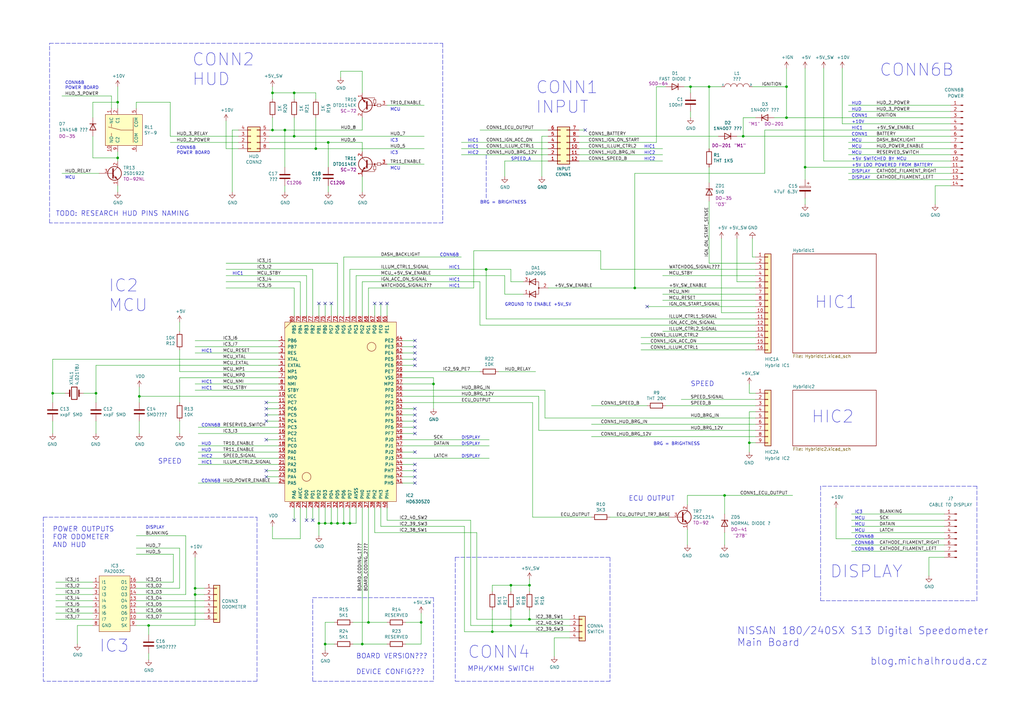
<source format=kicad_sch>
(kicad_sch (version 20250114) (generator "eeschema") (generator_version "9.0")
  (paper "A3")
  (title_block (date "2026-01-31") (rev "REV3"))
  (text "MCU" (at 350.52 213.36 0) (effects (font (size 1.27 1.27)) (justify left bottom)))
  (text "blog.michalhrouda.cz" (at 356.87 273.05 0) (effects (font (size 2.9972 2.9972)) (justify left bottom)))
  (text "HIC1" (at 95.25 113.03 0) (effects (font (size 1.27 1.27)) (justify left bottom)))
  (text "MCU" (at 350.52 215.9 0) (effects (font (size 1.27 1.27)) (justify left bottom)))
  (text "CONN6B" (at 82.55 175.26 0) (effects (font (size 1.27 1.27)) (justify left bottom)))
  (text "IC3" (at 160.02 58.42 0) (effects (font (size 1.27 1.27)) (justify left bottom)))
  (text "HIC1" (at 191.77 58.42 0) (effects (font (size 1.27 1.27)) (justify left bottom)))
  (text "TODO: RESEARCH HUD PINS NAMING" (at 22.86 88.9 0) (effects (font (size 2.0066 2.0066)) (justify left bottom)))
  (text "+10V" (at 349.25 50.8 0) (effects (font (size 1.27 1.27)) (justify left bottom)))
  (text "MCU" (at 349.25 58.42 0) (effects (font (size 1.27 1.27)) (justify left bottom)))
  (text "BRG = BRIGHTNESS" (at 196.85 83.82 0) (effects (font (size 1.27 1.27)) (justify left bottom)))
  (text "HIC1" (at 82.55 190.5 0) (effects (font (size 1.27 1.27)) (justify left bottom)))
  (text "HIC2" (at 264.16 66.04 0) (effects (font (size 1.27 1.27)) (justify left bottom)))
  (text "CONN6B\nPOWER BOARD" (at 26.67 36.83 0) (effects (font (size 1.27 1.27)) (justify left bottom)))
  (text "HIC1" (at 184.15 115.57 0) (effects (font (size 1.27 1.27)) (justify left bottom)))
  (text "HUD" (at 82.55 182.88 0) (effects (font (size 1.27 1.27)) (justify left bottom)))
  (text "HIC1" (at 82.55 144.78 0) (effects (font (size 1.27 1.27)) (justify left bottom)))
  (text "HIC1" (at 349.25 53.34 0) (effects (font (size 1.27 1.27)) (justify left bottom)))
  (text "BOARD VERSION???\n\nDEVICE CONFIG???" (at 146.05 276.86 0) (effects (font (size 2.0066 2.0066)) (justify left bottom)))
  (text "MCU" (at 350.52 218.44 0) (effects (font (size 1.27 1.27)) (justify left bottom)))
  (text "IC3" (at 40.64 267.97 0) (effects (font (size 5.0038 5.0038)) (justify left bottom)))
  (text "DISPLAY" (at 340.36 237.49 0) (effects (font (size 5.0038 5.0038)) (justify left bottom)))
  (text "DISPLAY" (at 59.69 217.17 0) (effects (font (size 1.27 1.27)) (justify left bottom)))
  (text "MCU" (at 349.25 60.96 0) (effects (font (size 1.27 1.27)) (justify left bottom)))
  (text "CONN6B" (at 350.52 226.06 0) (effects (font (size 1.27 1.27)) (justify left bottom)))
  (text "CONN6B" (at 350.52 223.52 0) (effects (font (size 1.27 1.27)) (justify left bottom)))
  (text "HIC2" (at 82.55 187.96 0) (effects (font (size 1.27 1.27)) (justify left bottom)))
  (text "HIC1" (at 191.77 60.96 0) (effects (font (size 1.27 1.27)) (justify left bottom)))
  (text "HIC1" (at 82.55 157.48 0) (effects (font (size 1.27 1.27)) (justify left bottom)))
  (text "ECU OUTPUT" (at 257.81 205.74 0) (effects (font (size 2.0066 2.0066)) (justify left bottom)))
  (text "+5V SWITCHED BY MCU" (at 349.25 66.04 0) (effects (font (size 1.27 1.27)) (justify left bottom)))
  (text "IC3" (at 160.02 63.5 0) (effects (font (size 1.27 1.27)) (justify left bottom)))
  (text "BRG = BRIGHTNESS" (at 267.97 182.88 0) (effects (font (size 1.27 1.27)) (justify left bottom)))
  (text "CONN6B\nPOWER BOARD" (at 72.39 63.5 0) (effects (font (size 1.27 1.27)) (justify left bottom)))
  (text "DISPLAY" (at 189.23 182.88 0) (effects (font (size 1.27 1.27)) (justify left bottom)))
  (text "SPEED" (at 64.77 190.5 0) (effects (font (size 2.0066 2.0066)) (justify left bottom)))
  (text "HUD" (at 349.25 45.72 0) (effects (font (size 1.27 1.27)) (justify left bottom)))
  (text "MCU" (at 349.25 63.5 0) (effects (font (size 1.27 1.27)) (justify left bottom)))
  (text "MPH/KMH SWITCH" (at 191.77 275.59 0) (effects (font (size 2.0066 2.0066)) (justify left bottom)))
  (text "NISSAN 180/240SX S13 Digital Speedometer\nMain Board" (at 302.26 265.43 0) (effects (font (size 2.9972 2.9972)) (justify left bottom)))
  (text "HIC2" (at 264.16 63.5 0) (effects (font (size 1.27 1.27)) (justify left bottom)))
  (text "HIC1" (at 184.15 110.49 0) (effects (font (size 1.27 1.27)) (justify left bottom)))
  (text "MCU" (at 160.02 45.72 0) (effects (font (size 1.27 1.27)) (justify left bottom)))
  (text "CONN4" (at 191.77 270.51 0) (effects (font (size 5.0038 5.0038)) (justify left bottom)))
  (text "SPEED_A" (at 209.55 66.04 0) (effects (font (size 1.27 1.27)) (justify left bottom)))
  (text "DISPLAY" (at 349.25 71.12 0) (effects (font (size 1.27 1.27)) (justify left bottom)))
  (text "HUD" (at 82.55 185.42 0) (effects (font (size 1.27 1.27)) (justify left bottom)))
  (text "HIC2" (at 332.74 173.99 0) (effects (font (size 5.0038 5.0038)) (justify left bottom)))
  (text "CONN1" (at 349.25 48.26 0) (effects (font (size 1.27 1.27)) (justify left bottom)))
  (text "HIC1" (at 184.15 118.11 0) (effects (font (size 1.27 1.27)) (justify left bottom)))
  (text "CONN6B" (at 180.34 105.41 0) (effects (font (size 1.27 1.27)) (justify left bottom)))
  (text "DISPLAY" (at 189.23 180.34 0) (effects (font (size 1.27 1.27)) (justify left bottom)))
  (text "MCU" (at 26.67 73.66 0) (effects (font (size 1.27 1.27)) (justify left bottom)))
  (text "CONN6B" (at 350.52 220.98 0) (effects (font (size 1.27 1.27)) (justify left bottom)))
  (text "CONN6B" (at 82.55 198.12 0) (effects (font (size 1.27 1.27)) (justify left bottom)))
  (text "CONN2\nHUD" (at 78.74 35.56 0) (effects (font (size 5.0038 5.0038)) (justify left bottom)))
  (text "DISPLAY" (at 189.23 187.96 0) (effects (font (size 1.27 1.27)) (justify left bottom)))
  (text "DISPLAY" (at 349.25 73.66 0) (effects (font (size 1.27 1.27)) (justify left bottom)))
  (text "CONN1" (at 349.25 55.88 0) (effects (font (size 1.27 1.27)) (justify left bottom)))
  (text "CONN1\nINPUT" (at 219.71 46.99 0) (effects (font (size 5.0038 5.0038)) (justify left bottom)))
  (text "+5V LDO POWERED FROM BATTERY" (at 349.25 68.58 0) (effects (font (size 1.27 1.27)) (justify left bottom)))
  (text "HIC2" (at 191.77 63.5 0) (effects (font (size 1.27 1.27)) (justify left bottom)))
  (text "MCU" (at 160.02 69.85 0) (effects (font (size 1.27 1.27)) (justify left bottom)))
  (text "POWER OUTPUTS\nFOR ODOMETER\nAND HUD" (at 21.59 224.79 0) (effects (font (size 2.0066 2.0066)) (justify left bottom)))
  (text "HUD" (at 349.25 43.18 0) (effects (font (size 1.27 1.27)) (justify left bottom)))
  (text "IC3" (at 350.52 210.82 0) (effects (font (size 1.27 1.27)) (justify left bottom)))
  (text "CONN6B" (at 360.68 31.75 0) (effects (font (size 5.0038 5.0038)) (justify left bottom)))
  (text "HIC1" (at 264.16 60.96 0) (effects (font (size 1.27 1.27)) (justify left bottom)))
  (text "SPEED" (at 283.21 158.75 0) (effects (font (size 2.0066 2.0066)) (justify left bottom)))
  (text "IC2\nMCU" (at 44.45 128.27 0) (effects (font (size 5.0038 5.0038)) (justify left bottom)))
  (text "HIC1" (at 334.01 127 0) (effects (font (size 5.0038 5.0038)) (justify left bottom)))
  (text "HIC1" (at 82.55 160.02 0) (effects (font (size 1.27 1.27)) (justify left bottom)))
  (text "GROUND TO ENABLE +5V_SV" (at 207.01 125.73 0) (effects (font (size 1.27 1.27)) (justify left bottom)))
  (junction (at 134.62 58.42))
  (junction (at 322.58 48.26))
  (junction (at 283.21 35.56))
  (junction (at 297.18 203.2))
  (junction (at 111.76 38.1))
  (junction (at 80.01 241.3))
  (junction (at 39.37 161.29))
  (junction (at 129.54 60.96))
  (junction (at 260.35 118.11))
  (junction (at 21.59 161.29))
  (junction (at 130.81 214.63))
  (junction (at 111.76 53.34))
  (junction (at 330.2 68.58))
  (junction (at 290.83 35.56))
  (junction (at 177.8 157.48))
  (junction (at 120.65 38.1))
  (junction (at 217.17 254))
  (junction (at 138.43 214.63))
  (junction (at 143.51 214.63))
  (junction (at 57.15 162.56))
  (junction (at 60.96 256.54))
  (junction (at 209.55 256.54))
  (junction (at 116.84 53.34))
  (junction (at 133.35 264.16))
  (junction (at 80.01 243.84))
  (junction (at 133.35 214.63))
  (junction (at 304.8 55.88))
  (junction (at 148.59 264.16))
  (junction (at 48.26 41.91))
  (junction (at 151.13 255.27))
  (junction (at 209.55 240.03))
  (junction (at 48.26 64.77))
  (junction (at 322.58 35.56))
  (junction (at 120.65 55.88))
  (junction (at 199.39 110.49))
  (junction (at 140.97 214.63))
  (junction (at 135.89 214.63))
  (junction (at 217.17 240.03))
  (junction (at 201.93 259.08))
  (junction (at 307.34 181.61))
  (junction (at 172.72 255.27))
  (no_connect (at 170.18 149.86))
  (no_connect (at 170.18 172.72))
  (no_connect (at 135.89 124.46))
  (no_connect (at 170.18 175.26))
  (no_connect (at 109.22 195.58))
  (no_connect (at 170.18 190.5))
  (no_connect (at 170.18 195.58))
  (no_connect (at 170.18 177.8))
  (no_connect (at 170.18 167.64))
  (no_connect (at 170.18 198.12))
  (no_connect (at 170.18 147.32))
  (no_connect (at 156.21 124.46))
  (no_connect (at 170.18 139.7))
  (no_connect (at 153.67 124.46))
  (no_connect (at 109.22 170.18))
  (no_connect (at 170.18 142.24))
  (no_connect (at 240.03 53.34))
  (no_connect (at 109.22 172.72))
  (no_connect (at 158.75 124.46))
  (no_connect (at 120.65 213.36))
  (no_connect (at 133.35 124.46))
  (no_connect (at 170.18 170.18))
  (no_connect (at 130.81 124.46))
  (no_connect (at 109.22 167.64))
  (no_connect (at 109.22 180.34))
  (no_connect (at 265.43 125.73))
  (no_connect (at 109.22 193.04))
  (no_connect (at 170.18 185.42))
  (no_connect (at 128.27 213.36))
  (no_connect (at 170.18 193.04))
  (no_connect (at 109.22 165.1))
  (no_connect (at 170.18 144.78))
  (no_connect (at 125.73 213.36))
  (wire (pts (xy 196.85 53.34) (xy 224.79 53.34)))
  (wire (pts (xy 69.85 41.91) (xy 69.85 55.88)))
  (wire (pts (xy 114.3 167.64) (xy 109.22 167.64)))
  (wire (pts (xy 337.82 27.94) (xy 337.82 66.04)))
  (wire (pts (xy 347.98 58.42) (xy 389.89 58.42)))
  (wire (pts (xy 120.65 208.28) (xy 120.65 213.36)))
  (wire (pts (xy 48.26 64.77) (xy 48.26 66.04)))
  (wire (pts (xy 151.13 208.28) (xy 151.13 255.27)))
  (wire (pts (xy 165.1 154.94) (xy 177.8 154.94)))
  (wire (pts (xy 156.21 215.9) (xy 190.5 215.9)))
  (wire (pts (xy 223.52 171.45) (xy 309.88 171.45)))
  (wire (pts (xy 156.21 129.54) (xy 156.21 124.46)))
  (wire (pts (xy 347.98 73.66) (xy 389.89 73.66)))
  (wire (pts (xy 129.54 48.26) (xy 129.54 60.96)))
  (wire (pts (xy 304.8 48.26) (xy 309.88 48.26)))
  (wire (pts (xy 271.78 135.89) (xy 309.88 135.89)))
  (wire (pts (xy 55.88 241.3) (xy 73.66 241.3)))
  (wire (pts (xy 110.49 58.42) (xy 134.62 58.42)))
  (wire (pts (xy 55.88 254) (xy 83.82 254)))
  (wire (pts (xy 39.37 177.8) (xy 39.37 172.72)))
  (wire (pts (xy 217.17 254) (xy 233.68 254)))
  (wire (pts (xy 349.25 223.52) (xy 387.35 223.52)))
  (wire (pts (xy 165.1 139.7) (xy 170.18 139.7)))
  (wire (pts (xy 283.21 48.26) (xy 283.21 45.72)))
  (wire (pts (xy 313.69 71.12) (xy 260.35 71.12)))
  (wire (pts (xy 45.72 44.45) (xy 45.72 39.37)))
  (polyline (pts (xy 181.61 17.78) (xy 181.61 91.44)) (stroke (width 0) (type dash)))
  (wire (pts (xy 21.59 147.32) (xy 114.3 147.32)))
  (wire (pts (xy 143.51 110.49) (xy 199.39 110.49)))
  (wire (pts (xy 165.1 160.02) (xy 223.52 160.02)))
  (polyline (pts (xy 400.685 199.39) (xy 336.55 199.39)) (stroke (width 0) (type dash)))
  (wire (pts (xy 130.81 208.28) (xy 130.81 214.63)))
  (wire (pts (xy 81.28 177.8) (xy 114.3 177.8)))
  (wire (pts (xy 262.89 140.97) (xy 309.88 140.97)))
  (wire (pts (xy 110.49 60.96) (xy 129.54 60.96)))
  (wire (pts (xy 297.18 203.2) (xy 325.12 203.2)))
  (wire (pts (xy 194.31 102.87) (xy 246.38 102.87)))
  (wire (pts (xy 196.85 133.35) (xy 196.85 115.57)))
  (wire (pts (xy 148.59 29.21) (xy 148.59 38.1)))
  (wire (pts (xy 133.35 255.27) (xy 133.35 264.16)))
  (polyline (pts (xy 181.61 91.44) (xy 20.32 91.44)) (stroke (width 0) (type dash)))
  (wire (pts (xy 201.93 250.19) (xy 201.93 259.08)))
  (polyline (pts (xy 20.32 17.78) (xy 181.61 17.78)) (stroke (width 0) (type dash)))
  (wire (pts (xy 111.76 220.98) (xy 111.76 215.9)))
  (polyline (pts (xy 186.69 228.6) (xy 250.19 228.6)) (stroke (width 0) (type dash)))
  (wire (pts (xy 38.1 238.76) (xy 22.86 238.76)))
  (wire (pts (xy 25.4 71.12) (xy 40.64 71.12)))
  (wire (pts (xy 73.66 152.4) (xy 73.66 143.51)))
  (wire (pts (xy 209.55 256.54) (xy 233.68 256.54)))
  (wire (pts (xy 97.79 60.96) (xy 92.71 60.96)))
  (wire (pts (xy 330.2 83.82) (xy 330.2 81.28)))
  (wire (pts (xy 80.01 139.7) (xy 114.3 139.7)))
  (wire (pts (xy 220.98 176.53) (xy 309.88 176.53)))
  (wire (pts (xy 283.21 35.56) (xy 280.67 35.56)))
  (wire (pts (xy 209.55 242.57) (xy 209.55 240.03)))
  (wire (pts (xy 110.49 55.88) (xy 120.65 55.88)))
  (wire (pts (xy 347.98 71.12) (xy 389.89 71.12)))
  (wire (pts (xy 139.7 29.21) (xy 148.59 29.21)))
  (wire (pts (xy 309.88 161.29) (xy 307.34 161.29)))
  (wire (pts (xy 143.51 129.54) (xy 143.51 110.49)))
  (wire (pts (xy 60.96 256.54) (xy 80.01 256.54)))
  (wire (pts (xy 148.59 264.16) (xy 158.75 264.16)))
  (wire (pts (xy 38.1 41.91) (xy 48.26 41.91)))
  (wire (pts (xy 204.47 152.4) (xy 219.71 152.4)))
  (wire (pts (xy 140.97 105.41) (xy 189.23 105.41)))
  (wire (pts (xy 349.25 226.06) (xy 387.35 226.06)))
  (wire (pts (xy 92.71 60.96) (xy 92.71 49.53)))
  (wire (pts (xy 165.1 182.88) (xy 200.66 182.88)))
  (wire (pts (xy 290.83 82.55) (xy 290.83 107.95)))
  (wire (pts (xy 80.01 157.48) (xy 114.3 157.48)))
  (wire (pts (xy 130.81 214.63) (xy 133.35 214.63)))
  (wire (pts (xy 71.12 227.33) (xy 55.88 227.33)))
  (polyline (pts (xy 20.32 91.44) (xy 20.32 17.78)) (stroke (width 0) (type dash)))
  (wire (pts (xy 177.8 157.48) (xy 177.8 154.94)))
  (wire (pts (xy 48.26 41.91) (xy 48.26 44.45)))
  (polyline (pts (xy 186.69 228.6) (xy 186.69 279.4)) (stroke (width 0) (type dash)))
  (wire (pts (xy 262.89 138.43) (xy 309.88 138.43)))
  (wire (pts (xy 97.79 53.34) (xy 95.25 53.34)))
  (wire (pts (xy 214.63 115.57) (xy 209.55 115.57)))
  (wire (pts (xy 218.44 212.09) (xy 242.57 212.09)))
  (wire (pts (xy 345.44 27.94) (xy 345.44 50.8)))
  (wire (pts (xy 237.49 60.96) (xy 271.78 60.96)))
  (wire (pts (xy 342.9 220.98) (xy 387.35 220.98)))
  (wire (pts (xy 207.01 66.04) (xy 207.01 72.39)))
  (wire (pts (xy 148.59 72.39) (xy 148.59 78.74)))
  (wire (pts (xy 349.25 215.9) (xy 387.35 215.9)))
  (wire (pts (xy 146.05 113.03) (xy 207.01 113.03)))
  (wire (pts (xy 153.67 218.44) (xy 153.67 208.28)))
  (wire (pts (xy 92.71 107.95) (xy 138.43 107.95)))
  (wire (pts (xy 189.23 60.96) (xy 224.79 60.96)))
  (wire (pts (xy 193.04 256.54) (xy 209.55 256.54)))
  (wire (pts (xy 269.24 58.42) (xy 269.24 35.56)))
  (wire (pts (xy 55.88 256.54) (xy 60.96 256.54)))
  (wire (pts (xy 83.82 241.3) (xy 80.01 241.3)))
  (wire (pts (xy 165.1 190.5) (xy 170.18 190.5)))
  (wire (pts (xy 92.71 113.03) (xy 125.73 113.03)))
  (wire (pts (xy 116.84 53.34) (xy 116.84 68.58)))
  (wire (pts (xy 233.68 261.62) (xy 227.33 261.62)))
  (wire (pts (xy 114.3 172.72) (xy 109.22 172.72)))
  (wire (pts (xy 165.1 142.24) (xy 170.18 142.24)))
  (wire (pts (xy 133.35 129.54) (xy 133.35 124.46)))
  (wire (pts (xy 123.19 220.98) (xy 123.19 208.28)))
  (wire (pts (xy 129.54 60.96) (xy 173.99 60.96)))
  (wire (pts (xy 172.72 255.27) (xy 172.72 264.16)))
  (wire (pts (xy 148.59 48.26) (xy 148.59 53.34)))
  (wire (pts (xy 111.76 220.98) (xy 123.19 220.98)))
  (polyline (pts (xy 336.55 246.38) (xy 400.685 246.38)) (stroke (width 0) (type dash)))
  (wire (pts (xy 322.58 48.26) (xy 317.5 48.26)))
  (wire (pts (xy 237.49 66.04) (xy 271.78 66.04)))
  (wire (pts (xy 76.2 243.84) (xy 76.2 219.71)))
  (wire (pts (xy 242.57 166.37) (xy 265.43 166.37)))
  (polyline (pts (xy 17.78 212.09) (xy 105.41 212.09)) (stroke (width 0) (type dash)))
  (wire (pts (xy 165.1 177.8) (xy 170.18 177.8)))
  (wire (pts (xy 130.81 214.63) (xy 130.81 219.71)))
  (wire (pts (xy 83.82 251.46) (xy 55.88 251.46)))
  (wire (pts (xy 165.1 170.18) (xy 170.18 170.18)))
  (wire (pts (xy 45.72 39.37) (xy 25.4 39.37)))
  (wire (pts (xy 111.76 38.1) (xy 111.76 40.64)))
  (wire (pts (xy 71.12 227.33) (xy 71.12 238.76)))
  (wire (pts (xy 196.85 133.35) (xy 309.88 133.35)))
  (wire (pts (xy 143.51 214.63) (xy 143.51 208.28)))
  (wire (pts (xy 38.1 243.84) (xy 22.86 243.84)))
  (wire (pts (xy 73.66 224.79) (xy 55.88 224.79)))
  (wire (pts (xy 302.26 55.88) (xy 304.8 55.88)))
  (wire (pts (xy 39.37 161.29) (xy 39.37 149.86)))
  (wire (pts (xy 307.34 161.29) (xy 307.34 157.48)))
  (wire (pts (xy 148.59 62.23) (xy 148.59 58.42)))
  (polyline (pts (xy 128.27 279.4) (xy 128.27 245.11)) (stroke (width 0) (type dash)))
  (wire (pts (xy 279.4 163.83) (xy 309.88 163.83)))
  (wire (pts (xy 111.76 53.34) (xy 111.76 48.26)))
  (wire (pts (xy 135.89 214.63) (xy 135.89 208.28)))
  (wire (pts (xy 224.79 66.04) (xy 207.01 66.04)))
  (wire (pts (xy 114.3 170.18) (xy 109.22 170.18)))
  (wire (pts (xy 189.23 58.42) (xy 224.79 58.42)))
  (wire (pts (xy 146.05 214.63) (xy 146.05 208.28)))
  (wire (pts (xy 148.59 129.54) (xy 148.59 115.57)))
  (wire (pts (xy 95.25 53.34) (xy 95.25 78.74)))
  (wire (pts (xy 158.75 208.28) (xy 158.75 213.36)))
  (wire (pts (xy 60.96 270.51) (xy 60.96 267.97)))
  (wire (pts (xy 110.49 53.34) (xy 111.76 53.34)))
  (wire (pts (xy 271.78 120.65) (xy 309.88 120.65)))
  (wire (pts (xy 138.43 214.63) (xy 138.43 208.28)))
  (wire (pts (xy 283.21 35.56) (xy 290.83 35.56)))
  (wire (pts (xy 201.93 242.57) (xy 201.93 240.03)))
  (wire (pts (xy 322.58 35.56) (xy 322.58 48.26)))
  (wire (pts (xy 337.82 66.04) (xy 389.89 66.04)))
  (wire (pts (xy 177.8 157.48) (xy 177.8 167.64)))
  (wire (pts (xy 304.8 55.88) (xy 304.8 48.26)))
  (wire (pts (xy 39.37 161.29) (xy 39.37 165.1)))
  (wire (pts (xy 347.98 63.5) (xy 389.89 63.5)))
  (wire (pts (xy 83.82 246.38) (xy 55.88 246.38)))
  (wire (pts (xy 172.72 255.27) (xy 172.72 251.46)))
  (wire (pts (xy 153.67 218.44) (xy 195.58 218.44)))
  (wire (pts (xy 165.1 193.04) (xy 170.18 193.04)))
  (wire (pts (xy 73.66 132.08) (xy 73.66 135.89)))
  (wire (pts (xy 140.97 105.41) (xy 140.97 129.54)))
  (wire (pts (xy 73.66 152.4) (xy 114.3 152.4)))
  (wire (pts (xy 134.62 58.42) (xy 148.59 58.42)))
  (wire (pts (xy 148.59 115.57) (xy 196.85 115.57)))
  (wire (pts (xy 201.93 240.03) (xy 209.55 240.03)))
  (wire (pts (xy 81.28 187.96) (xy 114.3 187.96)))
  (wire (pts (xy 137.16 264.16) (xy 133.35 264.16)))
  (wire (pts (xy 111.76 38.1) (xy 120.65 38.1)))
  (polyline (pts (xy 128.27 245.11) (xy 177.8 245.11)) (stroke (width 0) (type dash)))
  (wire (pts (xy 80.01 243.84) (xy 80.01 256.54)))
  (wire (pts (xy 281.94 207.01) (xy 281.94 203.2)))
  (wire (pts (xy 135.89 214.63) (xy 138.43 214.63)))
  (wire (pts (xy 165.1 162.56) (xy 220.98 162.56)))
  (wire (pts (xy 129.54 38.1) (xy 120.65 38.1)))
  (wire (pts (xy 165.1 180.34) (xy 200.66 180.34)))
  (wire (pts (xy 242.57 179.07) (xy 309.88 179.07)))
  (wire (pts (xy 114.3 195.58) (xy 109.22 195.58)))
  (wire (pts (xy 250.19 212.09) (xy 274.32 212.09)))
  (wire (pts (xy 283.21 35.56) (xy 283.21 38.1)))
  (wire (pts (xy 165.1 152.4) (xy 196.85 152.4)))
  (wire (pts (xy 308.61 35.56) (xy 322.58 35.56)))
  (wire (pts (xy 209.55 115.57) (xy 209.55 110.49)))
  (wire (pts (xy 31.75 256.54) (xy 31.75 264.16)))
  (wire (pts (xy 120.65 55.88) (xy 173.99 55.88)))
  (wire (pts (xy 297.18 223.52) (xy 297.18 218.44)))
  (wire (pts (xy 281.94 203.2) (xy 297.18 203.2)))
  (wire (pts (xy 217.17 237.49) (xy 217.17 240.03)))
  (wire (pts (xy 195.58 218.44) (xy 195.58 254)))
  (wire (pts (xy 158.75 129.54) (xy 158.75 124.46)))
  (wire (pts (xy 302.26 115.57) (xy 302.26 97.79)))
  (wire (pts (xy 172.72 264.16) (xy 166.37 264.16)))
  (wire (pts (xy 165.1 147.32) (xy 170.18 147.32)))
  (wire (pts (xy 55.88 41.91) (xy 69.85 41.91)))
  (wire (pts (xy 307.34 185.42) (xy 307.34 181.61)))
  (wire (pts (xy 92.71 115.57) (xy 123.19 115.57)))
  (wire (pts (xy 38.1 251.46) (xy 22.86 251.46)))
  (wire (pts (xy 347.98 43.18) (xy 389.89 43.18)))
  (wire (pts (xy 309.88 166.37) (xy 273.05 166.37)))
  (wire (pts (xy 92.71 118.11) (xy 120.65 118.11)))
  (wire (pts (xy 347.98 60.96) (xy 389.89 60.96)))
  (wire (pts (xy 57.15 177.8) (xy 57.15 172.72)))
  (wire (pts (xy 246.38 110.49) (xy 309.88 110.49)))
  (wire (pts (xy 111.76 53.34) (xy 116.84 53.34)))
  (wire (pts (xy 330.2 68.58) (xy 389.89 68.58)))
  (wire (pts (xy 222.25 72.39) (xy 222.25 55.88)))
  (wire (pts (xy 83.82 243.84) (xy 80.01 243.84)))
  (wire (pts (xy 194.31 118.11) (xy 194.31 102.87)))
  (wire (pts (xy 217.17 254) (xy 217.17 250.19)))
  (wire (pts (xy 129.54 40.64) (xy 129.54 38.1)))
  (wire (pts (xy 48.26 62.23) (xy 48.26 64.77)))
  (wire (pts (xy 281.94 223.52) (xy 281.94 217.17)))
  (wire (pts (xy 302.26 115.57) (xy 309.88 115.57)))
  (wire (pts (xy 134.62 58.42) (xy 134.62 68.58)))
  (wire (pts (xy 92.71 110.49) (xy 128.27 110.49)))
  (wire (pts (xy 120.65 118.11) (xy 120.65 129.54)))
  (wire (pts (xy 308.61 105.41) (xy 308.61 97.79)))
  (wire (pts (xy 120.65 48.26) (xy 120.65 55.88)))
  (wire (pts (xy 349.25 210.82) (xy 387.35 210.82)))
  (wire (pts (xy 158.75 43.18) (xy 173.99 43.18)))
  (wire (pts (xy 190.5 259.08) (xy 201.93 259.08)))
  (wire (pts (xy 138.43 107.95) (xy 138.43 129.54)))
  (wire (pts (xy 80.01 241.3) (xy 80.01 228.6)))
  (wire (pts (xy 165.1 175.26) (xy 170.18 175.26)))
  (wire (pts (xy 309.88 113.03) (xy 271.78 113.03)))
  (wire (pts (xy 21.59 165.1) (xy 21.59 161.29)))
  (wire (pts (xy 307.34 181.61) (xy 307.34 168.91)))
  (wire (pts (xy 207.01 120.65) (xy 214.63 120.65)))
  (wire (pts (xy 242.57 173.99) (xy 309.88 173.99)))
  (wire (pts (xy 189.23 63.5) (xy 224.79 63.5)))
  (wire (pts (xy 330.2 27.94) (xy 330.2 68.58)))
  (wire (pts (xy 190.5 215.9) (xy 190.5 259.08)))
  (wire (pts (xy 146.05 129.54) (xy 146.05 113.03)))
  (wire (pts (xy 218.44 165.1) (xy 218.44 212.09)))
  (wire (pts (xy 290.83 74.93) (xy 290.83 68.58)))
  (wire (pts (xy 294.64 55.88) (xy 237.49 55.88)))
  (wire (pts (xy 246.38 102.87) (xy 246.38 110.49)))
  (wire (pts (xy 133.35 214.63) (xy 135.89 214.63)))
  (wire (pts (xy 165.1 149.86) (xy 170.18 149.86)))
  (wire (pts (xy 222.25 55.88) (xy 224.79 55.88)))
  (wire (pts (xy 139.7 31.75) (xy 139.7 29.21)))
  (wire (pts (xy 387.35 228.6) (xy 381 228.6)))
  (wire (pts (xy 128.27 110.49) (xy 128.27 129.54)))
  (wire (pts (xy 114.3 180.34) (xy 109.22 180.34)))
  (wire (pts (xy 97.79 58.42) (xy 69.85 58.42)))
  (wire (pts (xy 48.26 64.77) (xy 38.1 64.77)))
  (wire (pts (xy 209.55 256.54) (xy 209.55 250.19)))
  (wire (pts (xy 295.91 97.79) (xy 295.91 128.27)))
  (wire (pts (xy 173.99 67.31) (xy 158.75 67.31)))
  (wire (pts (xy 138.43 214.63) (xy 140.97 214.63)))
  (wire (pts (xy 290.83 107.95) (xy 309.88 107.95)))
  (wire (pts (xy 347.98 45.72) (xy 389.89 45.72)))
  (wire (pts (xy 273.05 35.56) (xy 269.24 35.56)))
  (wire (pts (xy 80.01 243.84) (xy 80.01 241.3)))
  (wire (pts (xy 48.26 35.56) (xy 48.26 41.91)))
  (wire (pts (xy 165.1 165.1) (xy 218.44 165.1)))
  (wire (pts (xy 123.19 115.57) (xy 123.19 129.54)))
  (wire (pts (xy 313.69 53.34) (xy 313.69 71.12)))
  (wire (pts (xy 199.39 130.81) (xy 199.39 110.49)))
  (wire (pts (xy 207.01 113.03) (xy 207.01 120.65)))
  (wire (pts (xy 128.27 208.28) (xy 128.27 213.36)))
  (wire (pts (xy 80.01 142.24) (xy 114.3 142.24)))
  (wire (pts (xy 165.1 172.72) (xy 170.18 172.72)))
  (wire (pts (xy 111.76 35.56) (xy 111.76 38.1)))
  (wire (pts (xy 290.83 35.56) (xy 295.91 35.56)))
  (wire (pts (xy 135.89 129.54) (xy 135.89 124.46)))
  (wire (pts (xy 57.15 165.1) (xy 57.15 162.56)))
  (wire (pts (xy 144.78 255.27) (xy 151.13 255.27)))
  (wire (pts (xy 21.59 147.32) (xy 21.59 161.29)))
  (wire (pts (xy 116.84 53.34) (xy 148.59 53.34)))
  (wire (pts (xy 201.93 259.08) (xy 233.68 259.08)))
  (wire (pts (xy 237.49 63.5) (xy 271.78 63.5)))
  (wire (pts (xy 309.88 181.61) (xy 307.34 181.61)))
  (wire (pts (xy 80.01 144.78) (xy 114.3 144.78)))
  (wire (pts (xy 199.39 130.81) (xy 309.88 130.81)))
  (polyline (pts (xy 250.19 279.4) (xy 186.69 279.4)) (stroke (width 0) (type dash)))
  (wire (pts (xy 330.2 68.58) (xy 330.2 73.66)))
  (wire (pts (xy 349.25 218.44) (xy 387.35 218.44)))
  (wire (pts (xy 265.43 125.73) (xy 309.88 125.73)))
  (wire (pts (xy 114.3 165.1) (xy 109.22 165.1)))
  (wire (pts (xy 307.34 168.91) (xy 309.88 168.91)))
  (wire (pts (xy 223.52 171.45) (xy 223.52 160.02)))
  (wire (pts (xy 114.3 198.12) (xy 81.28 198.12)))
  (wire (pts (xy 217.17 242.57) (xy 217.17 240.03)))
  (wire (pts (xy 130.81 129.54) (xy 130.81 124.46)))
  (wire (pts (xy 156.21 215.9) (xy 156.21 208.28)))
  (wire (pts (xy 193.04 256.54) (xy 193.04 213.36)))
  (polyline (pts (xy 17.78 212.09) (xy 17.78 279.4)) (stroke (width 0) (type dash)))
  (wire (pts (xy 166.37 255.27) (xy 172.72 255.27)))
  (wire (pts (xy 153.67 129.54) (xy 153.67 124.46)))
  (polyline (pts (xy 105.41 212.09) (xy 105.41 279.4)) (stroke (width 0) (type dash)))
  (wire (pts (xy 71.12 238.76) (xy 55.88 238.76)))
  (wire (pts (xy 80.01 160.02) (xy 114.3 160.02)))
  (wire (pts (xy 125.73 208.28) (xy 125.73 213.36)))
  (wire (pts (xy 57.15 162.56) (xy 57.15 158.75)))
  (wire (pts (xy 81.28 185.42) (xy 114.3 185.42)))
  (wire (pts (xy 39.37 149.86) (xy 114.3 149.86)))
  (wire (pts (xy 297.18 210.82) (xy 297.18 203.2)))
  (wire (pts (xy 227.33 261.62) (xy 227.33 269.24)))
  (wire (pts (xy 116.84 78.74) (xy 116.84 76.2)))
  (wire (pts (xy 290.83 60.96) (xy 290.83 35.56)))
  (wire (pts (xy 349.25 213.36) (xy 387.35 213.36)))
  (wire (pts (xy 148.59 208.28) (xy 148.59 264.16)))
  (wire (pts (xy 260.35 71.12) (xy 260.35 118.11)))
  (wire (pts (xy 38.1 55.88) (xy 38.1 64.77)))
  (wire (pts (xy 133.35 214.63) (xy 133.35 208.28)))
  (wire (pts (xy 69.85 55.88) (xy 97.79 55.88)))
  (wire (pts (xy 125.73 113.03) (xy 125.73 129.54)))
  (wire (pts (xy 165.1 185.42) (xy 170.18 185.42)))
  (wire (pts (xy 209.55 110.49) (xy 199.39 110.49)))
  (wire (pts (xy 165.1 198.12) (xy 170.18 198.12)))
  (wire (pts (xy 140.97 214.63) (xy 143.51 214.63)))
  (wire (pts (xy 193.04 213.36) (xy 158.75 213.36)))
  (wire (pts (xy 57.15 162.56) (xy 114.3 162.56)))
  (wire (pts (xy 240.03 53.34) (xy 237.49 53.34)))
  (wire (pts (xy 165.1 195.58) (xy 170.18 195.58)))
  (wire (pts (xy 237.49 58.42) (xy 269.24 58.42)))
  (wire (pts (xy 322.58 48.26) (xy 389.89 48.26)))
  (polyline (pts (xy 177.8 279.4) (xy 128.27 279.4)) (stroke (width 0) (type dash)))
  (wire (pts (xy 76.2 219.71) (xy 55.88 219.71)))
  (polyline (pts (xy 336.55 199.39) (xy 336.55 246.38)) (stroke (width 0) (type dash)))
  (wire (pts (xy 73.66 177.8) (xy 73.66 172.72)))
  (wire (pts (xy 38.1 241.3) (xy 22.86 241.3)))
  (wire (pts (xy 345.44 50.8) (xy 389.89 50.8)))
  (wire (pts (xy 55.88 44.45) (xy 55.88 41.91)))
  (wire (pts (xy 81.28 182.88) (xy 114.3 182.88)))
  (wire (pts (xy 55.88 243.84) (xy 76.2 243.84)))
  (wire (pts (xy 38.1 248.92) (xy 22.86 248.92)))
  (wire (pts (xy 151.13 129.54) (xy 151.13 118.11)))
  (wire (pts (xy 140.97 214.63) (xy 140.97 208.28)))
  (wire (pts (xy 165.1 167.64) (xy 170.18 167.64)))
  (wire (pts (xy 60.96 260.35) (xy 60.96 256.54)))
  (wire (pts (xy 381 228.6) (xy 381 236.22)))
  (wire (pts (xy 48.26 78.74) (xy 48.26 76.2)))
  (wire (pts (xy 165.1 157.48) (xy 177.8 157.48)))
  (polyline (pts (xy 177.8 245.11) (xy 177.8 279.4)) (stroke (width 0) (type dash)))
  (polyline (pts (xy 400.685 246.38) (xy 400.685 199.39)) (stroke (width 0) (type dash)))
  (wire (pts (xy 220.98 162.56) (xy 220.98 176.53)))
  (wire (pts (xy 195.58 254) (xy 217.17 254)))
  (wire (pts (xy 271.78 123.19) (xy 309.88 123.19)))
  (wire (pts (xy 38.1 246.38) (xy 22.86 246.38)))
  (wire (pts (xy 55.88 248.92) (xy 83.82 248.92)))
  (wire (pts (xy 295.91 128.27) (xy 309.88 128.27)))
  (wire (pts (xy 26.67 161.29) (xy 21.59 161.29)))
  (wire (pts (xy 137.16 255.27) (xy 133.35 255.27)))
  (wire (pts (xy 165.1 144.78) (xy 170.18 144.78)))
  (wire (pts (xy 134.62 78.74) (xy 134.62 76.2)))
  (wire (pts (xy 143.51 214.63) (xy 146.05 214.63)))
  (wire (pts (xy 209.55 240.03) (xy 217.17 240.03)))
  (polyline (pts (xy 105.41 279.4) (xy 17.78 279.4)) (stroke (width 0) (type dash)))
  (wire (pts (xy 224.79 118.11) (xy 260.35 118.11)))
  (wire (pts (xy 165.1 187.96) (xy 200.66 187.96)))
  (wire (pts (xy 120.65 38.1) (xy 120.65 40.64)))
  (wire (pts (xy 151.13 118.11) (xy 194.31 118.11)))
  (wire (pts (xy 304.8 55.88) (xy 389.89 55.88)))
  (wire (pts (xy 73.66 165.1) (xy 73.66 154.94)))
  (wire (pts (xy 322.58 27.94) (xy 322.58 35.56)))
  (wire (pts (xy 21.59 177.8) (xy 21.59 172.72)))
  (wire (pts (xy 114.3 193.04) (xy 109.22 193.04)))
  (wire (pts (xy 342.9 220.98) (xy 342.9 208.28)))
  (wire (pts (xy 38.1 256.54) (xy 31.75 256.54)))
  (polyline (pts (xy 199.39 63.5) (xy 199.39 81.28)) (stroke (width 0) (type dash)))
  (wire (pts (xy 81.28 190.5) (xy 114.3 190.5)))
  (wire (pts (xy 262.89 143.51) (xy 309.88 143.51)))
  (wire (pts (xy 81.28 175.26) (xy 114.3 175.26)))
  (wire (pts (xy 38.1 254) (xy 22.86 254)))
  (wire (pts (xy 133.35 264.16) (xy 133.35 266.7)))
  (wire (pts (xy 389.89 76.2) (xy 383.54 76.2)))
  (wire (pts (xy 313.69 53.34) (xy 389.89 53.34)))
  (wire (pts (xy 38.1 48.26) (xy 38.1 41.91)))
  (wire (pts (xy 73.66 241.3) (xy 73.66 224.79)))
  (polyline (pts (xy 250.19 228.6) (xy 250.19 279.4)) (stroke (width 0) (type dash)))
  (wire (pts (xy 34.29 161.29) (xy 39.37 161.29)))
  (wire (pts (xy 73.66 154.94) (xy 114.3 154.94)))
  (wire (pts (xy 151.13 255.27) (xy 158.75 255.27)))
  (wire (pts (xy 383.54 76.2) (xy 383.54 83.82)))
  (wire (pts (xy 144.78 264.16) (xy 148.59 264.16)))
  (wire (pts (xy 260.35 118.11) (xy 309.88 118.11)))
  (wire (pts (xy 309.88 105.41) (xy 308.61 105.41)))
  (label "+5V_SW_ENABLE" (at 274.32 118.11 0))
  (label "ECU_OUTPUT" (at 189.23 165.1 0))
  (label "HUD_BRG_IN" (at 283.21 171.45 0))
  (label "RESERVED_SWITCH" (at 91.44 175.26 0))
  (label "HUD_3_RELAY" (at 72.39 55.88 0))
  (label "IC2_59_PE7" (at 181.61 152.4 0))
  (label "TR10_ENABLE" (at 160.02 43.18 0))
  (label "SCK" (at 360.68 213.36 0))
  (label "IC3_I4" (at 105.41 115.57 0))
  (label "CONN1_ILLUM_CTRL1" (at 199.39 60.96 0))
  (label "CONN1_IGN_ACC_ON" (at 199.39 58.42 0))
  (label "HUD_7" (at 160.02 55.88 0))
  (label "ECU_OUTPUT" (at 229.87 212.09 0))
  (label "MCU_RESET" (at 91.44 144.78 0))
  (label "DASH_BACKLIGHT" (at 359.41 58.42 0))
  (label "IC2_40_SW2" (at 231.14 256.54 180))
  (label "BOARD_CODING_1???" (at 148.59 242.57 90))
  (label "HUD_5" (at 160.02 60.96 0))
  (label "CATHODE_FILAMENT_RIGHT" (at 359.41 71.12 0))
  (label "IGNITION" (at 312.42 35.56 0))
  (label "TR11_ENABLE" (at 160.02 67.31 0))
  (label "IC2_39_SW3" (at 163.83 215.9 0))
  (label "MCU_RESET" (at 274.32 123.19 0))
  (label "WATCHDOG_SIGNAL???" (at 274.32 110.49 0))
  (label "DATAIN" (at 360.68 215.9 0))
  (label "IGN_ON_START_SIGNAL" (at 274.32 125.73 0))
  (label "HUD_BRG_12V" (at 189.23 162.56 0))
  (label "SPEED_SIGNAL" (at 283.21 163.83 0))
  (label "IC3_I6" (at 26.67 251.46 0))
  (label "HUD_3_POWER" (at 26.67 39.37 0))
  (label "SPEED_SIGNAL" (at 91.44 187.96 0))
  (label "IC3_I5" (at 26.67 248.92 0))
  (label "HUD_7" (at 59.69 224.79 0))
  (label "MCU_STBY" (at 105.41 113.03 0))
  (label "WATCHDOG_SIGNAL???" (at 156.21 118.11 0))
  (label "BLANKING" (at 360.68 210.82 0))
  (label "HUD_RELAY" (at 207.01 152.4 0))
  (label "TR11_ENABLE" (at 91.44 185.42 0))
  (label "CATHODE_FILAMENT_LEFT" (at 359.41 73.66 0))
  (label "BATTERY" (at 359.41 55.88 0))
  (label "HUD_5" (at 59.69 227.33 0))
  (label "MCU_MP1" (at 91.44 152.4 0))
  (label "LATCH" (at 360.68 218.44 0))
  (label "HUD_POWER_ENABLE" (at 359.41 60.96 0))
  (label "IC3_I6" (at 91.44 139.7 0))
  (label "HUD_3_POWER" (at 359.41 45.72 0))
  (label "IC3_I1" (at 105.41 107.95 0))
  (label "HUD_6" (at 139.7 58.42 0))
  (label "MCU_+5V_SW_ENABLE" (at 156.21 113.03 0))
  (label "CONN1_ILLUM_CTRL1" (at 266.7 143.51 0))
  (label "IGN_ON_START_SENSE" (at 290.83 105.41 90))
  (label "CONN1_HUD_BRG_IN" (at 246.38 173.99 0))
  (label "CONN1_ECU_OUTPUT" (at 303.53 203.2 0))
  (label "IC3_I4" (at 26.67 246.38 0))
  (label "CONN1_IGN_ON_START" (at 241.3 58.42 0))
  (label "RESERVED_SWITCH" (at 359.41 63.5 0))
  (label "MCU_MP0" (at 91.44 154.94 0))
  (label "CONN1_ECU_OUTPUT" (at 199.39 53.34 0))
  (label "IC3_O1" (at 59.69 238.76 0))
  (label "IC3_O5" (at 59.69 248.92 0))
  (label "HUD_BRG_IN" (at 189.23 160.02 0))
  (label "IC3_I3" (at 91.44 177.8 0))
  (label "CONN1_HUD_BRG_12V" (at 246.38 179.07 0))
  (label "CONN1_HUD_BRG_12V" (at 199.39 63.5 0))
  (label "ECU_OUTPUT_TR7_BASE" (at 252.73 212.09 0))
  (label "IGN_ACC_ON_SIGNAL" (at 156.21 115.57 0))
  (label "+5V_SW_ENABLE" (at 359.41 53.34 0))
  (label "IGN_ACC_ON_SIGNAL" (at 274.32 133.35 0))
  (label "IC3_O6" (at 59.69 251.46 0))
  (label "IGNITION" (at 359.41 48.26 0))
  (label "CONN1_ILLUM_CTRL2" (at 266.7 138.43 0))
  (label "IC3_I7" (at 91.44 142.24 0))
  (label "BLANKING" (at 59.69 219.71 0))
  (label "CONN1_HUD_BRG_IN" (at 241.3 63.5 0))
  (label "CONN1_ILLUM_CTRL2" (at 241.3 60.96 0))
  (label "ILLUM_CTRL2_SIGNAL" (at 91.44 190.5 0))
  (label "TR10_ENABLE" (at 91.44 182.88 0))
  (label "BOARD_CODING_2???" (at 151.13 242.57 90))
  (label "HUD_RELAY" (at 26.67 71.12 0))
  (label "IC2_39_SW3" (at 231.14 259.08 180))
  (label "IC3_O3" (at 59.69 243.84 0))
  (label "IC2_40_SW2" (at 163.83 213.36 0))
  (label "HUD_2_POWER" (at 72.39 58.42 0))
  (label "CONN1_IGN_ACC_ON" (at 266.7 140.97 0))
  (label "IC3_I7" (at 26.67 254 0))
  (label "CATHODE_FILAMENT_LEFT" (at 360.68 226.06 0))
  (label "SCK" (at 177.8 180.34 0))
  (label "HUD_POWER_ENABLE" (at 91.44 198.12 0))
  (label "IC3_I1" (at 26.67 238.76 0))
  (label "MCU_NMI" (at 91.44 157.48 0))
  (label "IC3_I5" (at 105.41 118.11 0))
  (label "ILLUM_CTRL1_SIGNAL" (at 274.32 130.81 0))
  (label "HUD_8" (at 139.7 53.34 0))
  (label "DATAIN" (at 177.8 182.88 0))
  (label "IC2_38_SW1" (at 231.14 254 180))
  (label "SPEED_B" (at 283.21 166.37 0))
  (label "DASH_BACKLIGHT" (at 156.21 105.41 0))
  (label "IC3_I2" (at 26.67 241.3 0))
  (label "HUD_2_POWER" (at 359.41 43.18 0))
  (label "MCU_STBY" (at 91.44 160.02 0))
  (label "CONN1_SPEED_B" (at 241.3 66.04 0))
  (label "IC3_O7" (at 59.69 254 0))
  (label "HUD_BRG_12V" (at 283.21 176.53 0))
  (label "+5V_SW_ENABLE" (at 227.33 118.11 0))
  (label "IC3_O2" (at 59.69 241.3 0))
  (label "CONN1_BATTERY" (at 241.3 55.88 0))
  (label "CATHODE_FILAMENT_RIGHT" (at 360.68 223.52 0))
  (label "LATCH" (at 177.8 187.96 0))
  (label "MCU_NMI" (at 274.32 120.65 0))
  (label "ILLUM_CTRL2_SIGNAL" (at 274.32 135.89 0))
  (label "IC3_I2" (at 105.41 110.49 0))
  (label "MCU_EXTAL" (at 91.44 149.86 0))
  (label "ILLUM_CTRL1_SIGNAL" (at 156.21 110.49 0))
  (label "IC2_38_SW1" (at 163.83 218.44 0))
  (label "IC3_O4" (at 59.69 246.38 0))
  (label "IC3_I3" (at 26.67 243.84 0))
  (label "CONN1_SPEED_B" (at 246.38 166.37 0))
  (label "MCU_STBY" (at 274.32 113.03 0))
  (label "MCU_XTAL" (at 91.44 147.32 0))
  (symbol (lib_id "180sx-240sx-s13-digidash-rescue:Conn_01x08_Male-Connector") (at 392.43 218.44 0) (mirror y) (unit 1)
    (property "Reference" "J1B" (at 389.89 204.47 0))
    (property "Value" "CABLE TO DISPLAY" (at 389.89 207.01 0))
    (instances (project "" (path "" (reference "J?") (unit 1)) (path "" (reference "J1B") (unit 1))))
  )
  (symbol (lib_id "180sx-240sx-s13-digidash-rescue:+10V-power") (at 342.9 208.28 0) (unit 1)
    (property "Reference" "#PWR089" (effects (hide yes)))
    (property "Value" "+10V" (at 343.281 203.8858 0))
    (instances (project "" (path "" (reference "#PWR?") (unit 1)) (path "" (reference "#PWR089") (unit 1))))
  )
  (symbol (lib_id "180sx-240sx-s13-digidash-rescue:GND-power") (at 383.54 83.82 0) (unit 1)
    (property "Reference" "#PWR092" (effects (hide yes)))
    (property "Value" "GND" (at 383.667 88.2142 0))
    (instances (project "" (path "" (reference "#PWR?") (unit 1)) (path "" (reference "#PWR092") (unit 1))))
  )
  (symbol (lib_id "180sx-240sx-s13-digidash-rescue:Conn_01x14_Male-Connector") (at 394.97 58.42 0) (mirror y) (unit 1)
    (property "Reference" "CONN6B" (at 387.35 36.83 0) (effects (justify right)))
    (property "Value" "POWER" (at 388.62 39.37 0) (effects (justify right)))
  )
  (symbol (lib_id "Connector_Generic:Conn_02x06_Top_Bottom") (at 229.87 60.96 0) (mirror x) (unit 1)
    (property "Reference" "CONN1" (at 231.14 71.5518 0))
    (property "Value" "INPUT" (at 231.14 69.2404 0))
  )
  (symbol (lib_id "Connector_Generic:Conn_02x04_Top_Bottom") (at 102.87 58.42 0) (mirror x) (unit 1)
    (property "Reference" "CONN2" (at 104.14 66.4718 0))
    (property "Value" "HUD" (at 104.14 64.1604 0))
  )
  (symbol (lib_id "Connector_Generic:Conn_01x06") (at 88.9 246.38 0) (unit 1)
    (property "Reference" "CONN3" (at 90.932 246.5832 0) (effects (justify left)))
    (property "Value" "ODOMETER" (at 90.932 248.8946 0) (effects (justify left)))
  )
  (symbol (lib_id "Connector_Generic:Conn_01x04") (at 238.76 256.54 0) (unit 1)
    (property "Reference" "CONN4" (at 240.792 256.7432 0) (effects (justify left)))
    (property "Value" "SWITCH" (at 240.792 259.0546 0) (effects (justify left)))
  )
  (symbol (lib_id "200sx-digi-dash-rescue:C_Polarized-Device") (at 330.2 77.47 0) (mirror y) (unit 1)
    (property "Reference" "C15" (at 327.2028 76.3016 0) (effects (justify left)))
    (property "Value" "47uF 6.3V" (at 327.2028 78.613 0) (effects (justify left)))
  )
  (symbol (lib_id "180sx-240sx-s13-digidash-rescue:GND-power") (at 330.2 83.82 0) (mirror y) (unit 1)
    (property "Reference" "#PWR087" (effects (hide yes)))
    (property "Value" "GND" (at 330.073 88.2142 0))
    (instances (project "" (path "" (reference "#PWR?") (unit 1)) (path "" (reference "#PWR087") (unit 1))))
  )
  (symbol (lib_id "180sx-240sx-s13-digidash-rescue:GND-power") (at 381 236.22 0) (unit 1)
    (property "Reference" "#PWR091" (effects (hide yes)))
    (property "Value" "GND" (at 381.127 240.6142 0))
    (instances (project "" (path "" (reference "#PWR?") (unit 1)) (path "" (reference "#PWR091") (unit 1))))
  )
  (symbol (lib_id "Connector_Generic:Conn_01x09") (at 314.96 171.45 0) (unit 1)
    (property "Reference" "HIC2A" (at 313.69 185.42 0) (effects (justify left)))
    (property "Value" "Hybrid IC2" (at 313.69 187.96 0) (effects (justify left)))
  )
  (symbol (lib_id "Connector_Generic:Conn_01x16") (at 314.96 123.19 0) (unit 1)
    (property "Reference" "HIC1A" (at 313.69 147.32 0) (effects (justify left)))
    (property "Value" "Hybrid IC1" (at 313.69 149.86 0) (effects (justify left)))
  )
  (symbol (lib_id "Device:R") (at 217.17 246.38 0) (mirror y) (unit 1)
    (property "Reference" "R16" (at 222.4278 246.38 90))
    (property "Value" "5K1" (at 220.1164 246.38 90))
  )
  (symbol (lib_id "Device:R") (at 162.56 255.27 270) (unit 1)
    (property "Reference" "R14" (at 162.56 250.0122 90))
    (property "Value" "RESERVED" (at 162.56 252.3236 90))
  )
  (symbol (lib_id "Device:R") (at 209.55 246.38 0) (mirror y) (unit 1)
    (property "Reference" "R18" (at 214.8078 246.38 90))
    (property "Value" "5K1" (at 212.4964 246.38 90))
  )
  (symbol (lib_id "Device:R") (at 201.93 246.38 0) (mirror y) (unit 1)
    (property "Reference" "R17" (at 207.1878 246.38 90))
    (property "Value" "5K1" (at 204.8764 246.38 90))
  )
  (symbol (lib_id "180sx-240sx-s13-digidash-rescue:GND-power") (at 227.33 269.24 0) (unit 1)
    (property "Reference" "#PWR076" (effects (hide yes)))
    (property "Value" "GND" (at 227.457 273.6342 0))
    (instances (project "" (path "" (reference "#PWR?") (unit 1)) (path "" (reference "#PWR076") (unit 1))))
  )
  (symbol (lib_id "Device:C") (at 57.15 168.91 0) (unit 1)
    (property "Reference" "C14" (at 60.071 167.7416 0) (effects (justify left)))
    (property "Value" "SMD????" (at 60.071 170.053 0) (effects (justify left)))
  )
  (symbol (lib_id "180sx-240sx-s13-digidash-rescue:GND-power") (at 57.15 177.8 0) (unit 1)
    (property "Reference" "#PWR056" (effects (hide yes)))
    (property "Value" "GND" (at 57.277 182.1942 0))
    (instances (project "" (path "" (reference "#PWR?") (unit 1)) (path "" (reference "#PWR056") (unit 1))))
  )
  (symbol (lib_id "Device:R") (at 73.66 139.7 180) (unit 1)
    (property "Reference" "R12" (at 71.882 140.8684 0) (effects (justify left)))
    (property "Value" "10K" (at 71.882 138.557 0) (effects (justify left)))
  )
  (symbol (lib_id "Device:R") (at 73.66 168.91 0) (unit 1)
    (property "Reference" "R13" (at 75.438 167.7416 0) (effects (justify left)))
    (property "Value" "10K" (at 75.438 170.053 0) (effects (justify left)))
  )
  (symbol (lib_id "Device:Crystal") (at 30.48 161.29 0) (mirror x) (unit 1)
    (property "Reference" "XTAL1" (at 29.3116 157.9626 90) (effects (justify right)))
    (property "Value" "4.021T8J" (at 31.623 157.9626 90) (effects (justify right)))
  )
  (symbol (lib_id "Device:C") (at 21.59 168.91 0) (mirror y) (unit 1)
    (property "Reference" "C13" (at 24.511 167.7416 0) (effects (justify right)))
    (property "Value" "xxpF SMD" (at 24.511 170.053 0) (effects (justify right)))
  )
  (symbol (lib_id "Device:C") (at 39.37 168.91 0) (mirror y) (unit 1)
    (property "Reference" "C12" (at 42.291 167.7416 0) (effects (justify right)))
    (property "Value" "xxpF SMD" (at 42.291 170.053 0) (effects (justify right)))
  )
  (symbol (lib_id "180sx-240sx-s13-digidash-rescue:GND-power") (at 39.37 177.8 0) (mirror y) (unit 1)
    (property "Reference" "#PWR052" (effects (hide yes)))
    (property "Value" "GND" (at 39.243 182.1942 0))
    (instances (project "" (path "" (reference "#PWR?") (unit 1)) (path "" (reference "#PWR052") (unit 1))))
  )
  (symbol (lib_id "180sx-240sx-s13-digidash-rescue:GND-power") (at 21.59 177.8 0) (mirror y) (unit 1)
    (property "Reference" "#PWR050" (effects (hide yes)))
    (property "Value" "GND" (at 21.463 182.1942 0))
    (instances (project "" (path "" (reference "#PWR?") (unit 1)) (path "" (reference "#PWR050") (unit 1))))
  )
  (symbol (lib_id "Diode:1N4007") (at 298.45 55.88 180) (unit 1)
    (property "Reference" "D2" (at 298.45 50.3682 0))
    (property "Value" "1N4007 ???" (at 298.45 52.6796 0))
    (property "Package" "DO-201" (at 295.91 59.69 0))
    (property "Marking" "\"M1\"" (at 303.53 59.69 0))
  )
  (symbol (lib_id "180sx-240sx-s13-digidash-rescue:+10V-power") (at 345.44 27.94 0) (unit 1)
    (property "Reference" "#PWR090" (effects (hide yes)))
    (property "Value" "+10V" (at 345.821 23.5458 0))
    (instances (project "" (path "" (reference "#PWR?") (unit 1)) (path "" (reference "#PWR090") (unit 1))))
  )
  (symbol (lib_id "Diode:1N4007") (at 313.69 48.26 0) (unit 1)
    (property "Reference" "D3" (at 313.69 42.7482 0))
    (property "Value" "1N4007 ???" (at 313.69 45.0596 0))
    (property "Package" "DO-201" (at 317.5 50.8 0))
    (property "Marking" "\"M1\" " (at 309.88 50.8 0))
  )
  (symbol (lib_id "180sx-240sx-s13-digidash-rescue:INDUCTOR-pspice") (at 302.26 35.56 0) (unit 1)
    (property "Reference" "L1" (at 302.26 30.099 0))
    (property "Value" "???" (at 302.26 32.4104 0))
  )
  (symbol (lib_id "Diode:1N4007") (at 276.86 35.56 180) (unit 1)
    (property "Reference" "D1" (at 276.86 30.0482 0))
    (property "Value" "FAST DIODE ?" (at 276.86 32.3596 0))
    (property "Package" "SOD-64 " (at 270.51 34.29 0))
  )
  (symbol (lib_id "Device:C") (at 283.21 41.91 0) (mirror y) (unit 1)
    (property "Reference" "C1" (at 280.289 40.7416 0) (effects (justify left)))
    (property "Value" "100nF" (at 280.289 43.053 0) (effects (justify left)))
  )
  (symbol (lib_id "180sx-240sx-s13-digidash-rescue:GND-power") (at 283.21 48.26 0) (unit 1)
    (property "Reference" "#PWR078" (effects (hide yes)))
    (property "Value" "GND" (at 283.337 52.6542 0))
    (instances (project "" (path "" (reference "#PWR?") (unit 1)) (path "" (reference "#PWR078") (unit 1))))
  )
  (symbol (lib_id "180sx-240sx-s13-digidash-rescue:GND-power") (at 222.25 72.39 0) (unit 1)
    (property "Reference" "#PWR075" (effects (hide yes)))
    (property "Value" "GND" (at 222.377 76.7842 0))
    (instances (project "" (path "" (reference "#PWR?") (unit 1)) (path "" (reference "#PWR075") (unit 1))))
  )
  (symbol (lib_id "200sx-digi-dash-rescue:+5V_SW-power") (at 337.82 27.94 0) (unit 1)
    (property "Reference" "#PWR088" (effects (hide yes)))
    (property "Value" "+5V_SW" (at 338.201 23.5458 0))
    (instances (project "" (path "" (reference "#PWR088") (unit 1)) (path "" (reference "#PWR088") (unit 1)) (path "" (reference "#PWR?") (unit 1))))
  )
  (symbol (lib_id "Device:C") (at 134.62 72.39 0) (mirror y) (unit 1)
    (property "Reference" "C18" (at 131.699 71.2216 0) (effects (justify left)))
    (property "Value" "???" (at 131.699 73.533 0) (effects (justify left)))
    (property "Package" "C1206" (at 138.43 74.93 0))
  )
  (symbol (lib_id "Device:R") (at 120.65 44.45 0) (mirror y) (unit 1)
    (property "Reference" "R21" (at 125.9078 44.45 90))
    (property "Value" "1K" (at 123.5964 44.45 90))
  )
  (symbol (lib_id "Device:R") (at 111.76 44.45 0) (mirror y) (unit 1)
    (property "Reference" "R20" (at 117.0178 44.45 90))
    (property "Value" "1K" (at 114.7064 44.45 90))
  )
  (symbol (lib_id "Device:R") (at 129.54 44.45 180) (unit 1)
    (property "Reference" "R19" (at 134.7978 44.45 90))
    (property "Value" "1K" (at 132.4864 44.45 90))
  )
  (symbol (lib_id "Device:C") (at 116.84 72.39 0) (unit 1)
    (property "Reference" "C17" (at 113.919 71.2216 0) (effects (justify right)))
    (property "Value" "???" (at 113.919 73.533 0) (effects (justify right)))
    (property "Package" "C1206" (at 120.65 74.93 0))
  )
  (symbol (lib_id "200sx-digi-dash-rescue:+5V_SW-power") (at 302.26 97.79 0) (unit 1)
    (property "Reference" "#PWR081" (effects (hide yes)))
    (property "Value" "+5V_SW" (at 302.641 93.3958 0))
    (instances (project "" (path "" (reference "#PWR081") (unit 1)) (path "" (reference "#PWR081") (unit 1)) (path "" (reference "#PWR?") (unit 1))))
  )
  (symbol (lib_id "Device:R") (at 162.56 264.16 270) (unit 1)
    (property "Reference" "R23" (at 162.56 258.9022 90))
    (property "Value" "RESERVED" (at 162.56 261.2136 90))
  )
  (symbol (lib_id "200sx-digi-dash-rescue:+5V_SW-power") (at 307.34 157.48 0) (unit 1)
    (property "Reference" "#PWR082" (effects (hide yes)))
    (property "Value" "+5V_SW" (at 307.721 153.0858 0))
    (instances (project "" (path "" (reference "#PWR082") (unit 1)) (path "" (reference "#PWR082") (unit 1)) (path "" (reference "#PWR?") (unit 1))))
  )
  (symbol (lib_id "200sx-digi-dash-rescue:+5V_SW-power") (at 217.17 237.49 0) (unit 1)
    (property "Reference" "#PWR074" (effects (hide yes)))
    (property "Value" "+5V_SW" (at 217.551 233.0958 0))
    (instances (project "" (path "" (reference "#PWR074") (unit 1)) (path "" (reference "#PWR074") (unit 1)) (path "" (reference "#PWR?") (unit 1))))
  )
  (symbol (lib_id "Nissan_200sx:HD6305Z0") (at 140.97 167.64 0) (unit 1)
    (property "Reference" "IC2" (at 166.37 203.2 0) (effects (justify left)))
    (property "Value" "HD6305Z0" (at 166.37 205.74 0) (effects (justify left)))
  )
  (symbol (lib_id "200sx-digi-dash-rescue:+5V_SW-power") (at 172.72 251.46 0) (unit 1)
    (property "Reference" "#PWR071" (effects (hide yes)))
    (property "Value" "+5V_SW" (at 173.101 247.0658 0))
    (instances (project "" (path "" (reference "#PWR071") (unit 1)) (path "" (reference "#PWR071") (unit 1)) (path "" (reference "#PWR?") (unit 1))))
  )
  (symbol (lib_id "200sx-digi-dash-rescue:+5V_SW-power") (at 111.76 35.56 0) (unit 1)
    (property "Reference" "#PWR063" (effects (hide yes)))
    (property "Value" "+5V_SW" (at 112.141 31.1658 0))
    (instances (project "" (path "" (reference "#PWR063") (unit 1)) (path "" (reference "#PWR063") (unit 1)) (path "" (reference "#PWR?") (unit 1))))
  )
  (symbol (lib_id "Device:R") (at 290.83 64.77 0) (unit 1)
    (property "Reference" "R1" (at 292.608 63.6016 0) (effects (justify left)))
    (property "Value" "THT 1K5" (at 292.608 65.913 0) (effects (justify left)))
  )
  (symbol (lib_id "Device:R") (at 269.24 166.37 270) (unit 1)
    (property "Reference" "R9" (at 269.24 161.1122 90))
    (property "Value" "THT 20K" (at 269.24 163.4236 90))
  )
  (symbol (lib_id "Device:R") (at 200.66 152.4 270) (unit 1)
    (property "Reference" "R22" (at 200.66 147.1422 90))
    (property "Value" "10K" (at 200.66 149.4536 90))
  )
  (symbol (lib_id "Device:R") (at 140.97 255.27 270) (unit 1)
    (property "Reference" "R15" (at 140.97 250.0122 90))
    (property "Value" "5K1" (at 140.97 252.3236 90))
  )
  (symbol (lib_id "Device:R") (at 140.97 264.16 270) (unit 1)
    (property "Reference" "R24" (at 140.97 258.9022 90))
    (property "Value" "5K1" (at 140.97 261.2136 90))
  )
  (symbol (lib_id "Device:R") (at 246.38 212.09 270) (unit 1)
    (property "Reference" "R10" (at 246.38 206.8322 90))
    (property "Value" "3K3" (at 246.38 209.1436 90))
  )
  (symbol (lib_id "Diode:1N4007") (at 38.1 52.07 90) (mirror x) (unit 1)
    (property "Reference" "D7" (at 24.13 50.8 90) (effects (justify right)))
    (property "Value" "1N4148 ???" (at 36.068 53.213 90) (effects (justify left)))
    (property "Package" "DO-35" (at 24.13 55.88 90) (effects (justify right)))
  )
  (symbol (lib_id "Device:D_Zener") (at 290.83 78.74 270) (unit 1)
    (property "Reference" "ZD1" (at 293.37 76.2 90) (effects (justify left)))
    (property "Value" "5V0" (at 293.37 78.74 90) (effects (justify left)))
    (property "Package" "DO-35" (at 293.37 81.28 90) (effects (justify left)))
    (property "Marking" "\"O3\"" (at 293.37 83.82 90) (effects (justify left)))
  )
  (symbol (lib_id "Device:D_Zener") (at 297.18 214.63 270) (unit 1)
    (property "Reference" "ZD5" (at 299.72 212.09 90) (effects (justify left)))
    (property "Value" "NORMAL DIODE ?" (at 299.72 214.63 90) (effects (justify left)))
    (property "Package" "DO-41" (at 299.72 217.17 90) (effects (justify left)))
    (property "Marking" " \"27B\"" (at 299.72 219.71 90) (effects (justify left)))
  )
  (symbol (lib_id "200sx-digi-dash-rescue:+IGN-power") (at 322.58 27.94 0) (unit 1)
    (property "Reference" "#PWR085" (effects (hide yes)))
    (property "Value" "+IGN" (at 322.961 23.495 0))
  )
  (symbol (lib_id "Nissan_200sx:PA2003C") (at 46.99 246.38 0) (unit 1)
    (property "Reference" "IC3" (at 46.99 232.029 0))
    (property "Value" "PA2003C" (at 46.99 234.3404 0))
  )
  (symbol (lib_id "180sx-240sx-s13-digidash-rescue:Q_NPN_ECB-Device") (at 45.72 71.12 0) (unit 1)
    (property "Reference" "TR13" (at 50.546 68.8086 0) (effects (justify left)))
    (property "Value" "2SD1922" (at 50.546 71.12 0) (effects (justify left)))
    (property "Package" "TO-92NL" (at 50.546 73.4314 0) (effects (justify left)))
  )
  (symbol (lib_id "180sx-240sx-s13-digidash-rescue:Q_NPN_ECB-Device") (at 279.4 212.09 0) (unit 1)
    (property "Reference" "TR7" (at 284.226 209.7786 0) (effects (justify left)))
    (property "Value" "2SC1214" (at 284.226 212.09 0) (effects (justify left)))
    (property "Package" "TO-92" (at 284.226 214.4014 0) (effects (justify left)))
  )
  (symbol (lib_id "180sx-240sx-s13-digidash-rescue:VDD-power") (at 57.15 158.75 0) (unit 1)
    (property "Reference" "#PWR055" (effects (hide yes)))
    (property "Value" "VDD" (at 57.531 154.3558 0))
  )
  (symbol (lib_id "180sx-240sx-s13-digidash-rescue:GND-power") (at 73.66 177.8 0) (unit 1)
    (property "Reference" "#PWR059" (effects (hide yes)))
    (property "Value" "GND" (at 73.787 182.1942 0))
    (instances (project "" (path "" (reference "#PWR?") (unit 1)) (path "" (reference "#PWR059") (unit 1))))
  )
  (symbol (lib_id "180sx-240sx-s13-digidash-rescue:GND-power") (at 31.75 264.16 0) (unit 1)
    (property "Reference" "#PWR051" (effects (hide yes)))
    (property "Value" "GND" (at 31.877 268.5542 0))
    (instances (project "" (path "" (reference "#PWR?") (unit 1)) (path "" (reference "#PWR051") (unit 1))))
  )
  (symbol (lib_id "180sx-240sx-s13-digidash-rescue:VDD-power") (at 111.76 215.9 0) (unit 1)
    (property "Reference" "#PWR064" (effects (hide yes)))
    (property "Value" "VDD" (at 112.141 211.5058 0))
  )
  (symbol (lib_id "180sx-240sx-s13-digidash-rescue:GND-power") (at 133.35 266.7 0) (unit 1)
    (property "Reference" "#PWR067" (effects (hide yes)))
    (property "Value" "GND" (at 133.477 271.0942 0))
    (instances (project "" (path "" (reference "#PWR?") (unit 1)) (path "" (reference "#PWR067") (unit 1))))
  )
  (symbol (lib_id "180sx-240sx-s13-digidash-rescue:GND-power") (at 130.81 219.71 0) (unit 1)
    (property "Reference" "#PWR066" (effects (hide yes)))
    (property "Value" "GND" (at 130.937 224.1042 0))
    (instances (project "" (path "" (reference "#PWR?") (unit 1)) (path "" (reference "#PWR066") (unit 1))))
  )
  (symbol (lib_id "180sx-240sx-s13-digidash-rescue:GND-power") (at 48.26 78.74 0) (unit 1)
    (property "Reference" "#PWR054" (effects (hide yes)))
    (property "Value" "GND" (at 48.387 83.1342 0))
    (instances (project "" (path "" (reference "#PWR?") (unit 1)) (path "" (reference "#PWR054") (unit 1))))
  )
  (symbol (lib_id "180sx-240sx-s13-digidash-rescue:+10V-power") (at 48.26 35.56 0) (unit 1)
    (property "Reference" "#PWR053" (effects (hide yes)))
    (property "Value" "+10V" (at 48.641 31.1658 0))
    (instances (project "" (path "" (reference "#PWR?") (unit 1)) (path "" (reference "#PWR053") (unit 1))))
  )
  (symbol (lib_id "180sx-240sx-s13-digidash-rescue:GND-power") (at 177.8 167.64 0) (unit 1)
    (property "Reference" "#PWR072" (effects (hide yes)))
    (property "Value" "GND" (at 177.927 172.0342 0))
    (instances (project "" (path "" (reference "#PWR?") (unit 1)) (path "" (reference "#PWR072") (unit 1))))
  )
  (symbol (lib_id "180sx-240sx-s13-digidash-rescue:+10V-power") (at 80.01 228.6 0) (unit 1)
    (property "Reference" "#PWR060" (effects (hide yes)))
    (property "Value" "+10V" (at 80.391 224.2058 0))
    (instances (project "" (path "" (reference "#PWR?") (unit 1)) (path "" (reference "#PWR060") (unit 1))))
  )
  (symbol (lib_id "Device:C") (at 60.96 264.16 0) (unit 1)
    (property "Reference" "C16" (at 63.881 262.9916 0) (effects (justify left)))
    (property "Value" "SMD????" (at 63.881 265.303 0) (effects (justify left)))
  )
  (symbol (lib_id "180sx-240sx-s13-digidash-rescue:GND-power") (at 60.96 270.51 0) (unit 1)
    (property "Reference" "#PWR057" (effects (hide yes)))
    (property "Value" "GND" (at 61.087 274.9042 0))
    (instances (project "" (path "" (reference "#PWR?") (unit 1)) (path "" (reference "#PWR057") (unit 1))))
  )
  (symbol (lib_id "180sx-240sx-s13-digidash-rescue:GND-power") (at 95.25 78.74 0) (unit 1)
    (property "Reference" "#PWR062" (effects (hide yes)))
    (property "Value" "GND" (at 95.377 83.1342 0))
    (instances (project "" (path "" (reference "#PWR?") (unit 1)) (path "" (reference "#PWR062") (unit 1))))
  )
  (symbol (lib_id "180sx-240sx-s13-digidash-rescue:GND-power") (at 134.62 78.74 0) (unit 1)
    (property "Reference" "#PWR068" (effects (hide yes)))
    (property "Value" "GND" (at 134.747 83.1342 0))
    (instances (project "" (path "" (reference "#PWR?") (unit 1)) (path "" (reference "#PWR068") (unit 1))))
  )
  (symbol (lib_id "180sx-240sx-s13-digidash-rescue:GND-power") (at 148.59 78.74 0) (unit 1)
    (property "Reference" "#PWR070" (effects (hide yes)))
    (property "Value" "GND" (at 148.717 83.1342 0))
    (instances (project "" (path "" (reference "#PWR?") (unit 1)) (path "" (reference "#PWR070") (unit 1))))
  )
  (symbol (lib_id "180sx-240sx-s13-digidash-rescue:GND-power") (at 139.7 31.75 0) (unit 1)
    (property "Reference" "#PWR069" (effects (hide yes)))
    (property "Value" "GND" (at 139.827 36.1442 0))
    (instances (project "" (path "" (reference "#PWR?") (unit 1)) (path "" (reference "#PWR069") (unit 1))))
  )
  (symbol (lib_id "180sx-240sx-s13-digidash-rescue:+10V-power") (at 92.71 49.53 0) (unit 1)
    (property "Reference" "#PWR061" (effects (hide yes)))
    (property "Value" "+10V" (at 93.091 45.1358 0))
    (instances (project "" (path "" (reference "#PWR?") (unit 1)) (path "" (reference "#PWR061") (unit 1))))
  )
  (symbol (lib_id "180sx-240sx-s13-digidash-rescue:GND-power") (at 116.84 78.74 0) (unit 1)
    (property "Reference" "#PWR065" (effects (hide yes)))
    (property "Value" "GND" (at 116.967 83.1342 0))
    (instances (project "" (path "" (reference "#PWR?") (unit 1)) (path "" (reference "#PWR065") (unit 1))))
  )
  (symbol (lib_id "180sx-240sx-s13-digidash-rescue:Q_NPN_ECB_BRT-Device") (at 149.86 67.31 0) (mirror y) (unit 1)
    (property "Reference" "TR11" (at 146.2786 64.9986 0) (effects (justify left)))
    (property "Value" "DTD114EK" (at 146.2786 67.31 0) (effects (justify left)))
    (property "Package" "SC-72" (at 146.2786 69.6214 0) (effects (justify left)))
  )
  (symbol (lib_id "180sx-240sx-s13-digidash-rescue:Q_NPN_ECB_BRT-Device") (at 149.86 43.18 180) (unit 1)
    (property "Reference" "TR10" (at 146.2786 40.8686 0) (effects (justify left)))
    (property "Value" "DTD114EK" (at 146.2786 43.18 0) (effects (justify left)))
    (property "Package" "SC-72" (at 146.2786 45.4914 0) (effects (justify left)))
  )
  (symbol (lib_id "Nissan_200sx:SY-9") (at 50.8 53.34 0) (unit 1)
    (property "Reference" "RL1" (at 59.1312 52.1716 0) (effects (justify left)))
    (property "Value" "SY-9" (at 59.1312 54.483 0) (effects (justify left)))
  )
  (symbol (lib_id "200sx-digi-dash-rescue:D_Dual_CommonAnode_KAK_Parallel-Device") (at 219.71 118.11 180) (unit 1)
    (property "Reference" "DA1" (at 219.71 109.855 0))
    (property "Value" "DAP209S" (at 219.71 112.1664 0))
  )
  (symbol (lib_id "180sx-240sx-s13-digidash-rescue:GND-power") (at 308.61 97.79 0) (mirror x) (unit 1)
    (property "Reference" "#PWR084" (effects (hide yes)))
    (property "Value" "GND" (at 308.737 93.3958 0))
    (instances (project "" (path "" (reference "#PWR?") (unit 1)) (path "" (reference "#PWR084") (unit 1))))
  )
  (symbol (lib_id "180sx-240sx-s13-digidash-rescue:GND-power") (at 307.34 185.42 0) (mirror y) (unit 1)
    (property "Reference" "#PWR083" (effects (hide yes)))
    (property "Value" "GND" (at 307.213 189.8142 0))
    (instances (project "" (path "" (reference "#PWR?") (unit 1)) (path "" (reference "#PWR083") (unit 1))))
  )
  (symbol (lib_id "180sx-240sx-s13-digidash-rescue:GND-power") (at 207.01 72.39 0) (unit 1)
    (property "Reference" "#PWR073" (effects (hide yes)))
    (property "Value" "GND" (at 207.137 76.7842 0))
    (instances (project "" (path "" (reference "#PWR?") (unit 1)) (path "" (reference "#PWR073") (unit 1))))
  )
  (symbol (lib_id "180sx-240sx-s13-digidash-rescue:GND-power") (at 281.94 223.52 0) (mirror y) (unit 1)
    (property "Reference" "#PWR077" (effects (hide yes)))
    (property "Value" "GND" (at 281.813 227.9142 0))
    (instances (project "" (path "" (reference "#PWR?") (unit 1)) (path "" (reference "#PWR077") (unit 1))))
  )
  (symbol (lib_id "180sx-240sx-s13-digidash-rescue:GND-power") (at 297.18 223.52 0) (mirror y) (unit 1)
    (property "Reference" "#PWR080" (effects (hide yes)))
    (property "Value" "GND" (at 297.053 227.9142 0))
    (instances (project "" (path "" (reference "#PWR?") (unit 1)) (path "" (reference "#PWR080") (unit 1))))
  )
  (symbol (lib_id "180sx-240sx-s13-digidash-rescue:+5V-power") (at 330.2 27.94 0) (unit 1)
    (property "Reference" "#PWR086" (effects (hide yes)))
    (property "Value" "+5V" (at 330.581 23.5458 0))
  )
  (symbol (lib_id "180sx-240sx-s13-digidash-rescue:+5V-power") (at 73.66 132.08 0) (unit 1)
    (property "Reference" "#PWR058" (effects (hide yes)))
    (property "Value" "+5V" (at 74.041 127.6858 0))
  )
  (symbol (lib_id "180sx-240sx-s13-digidash-rescue:+5V-power") (at 295.91 97.79 0) (unit 1)
    (property "Reference" "#PWR079" (effects (hide yes)))
    (property "Value" "+5V" (at 296.291 93.3958 0))
  )
  (sheet (at 325.12 104.14) (size 34.29 40.64)
    (property "Sheetname" "HybridIc1" (at 325.12 103.4284 0) (effects (justify left bottom)))
    (property "Sheetfile" "HybridIc1.kicad_sch" (at 325.12 145.3646 0) (effects (justify left top)))
  )
  (sheet (at 325.12 160.02) (size 34.29 22.86)
    (property "Sheetname" "HybridIc2" (at 325.12 159.3084 0) (effects (justify left bottom)))
    (property "Sheetfile" "HybridIc2.kicad_sch" (at 325.12 183.4646 0) (effects (justify left top)))
  )
)
</source>
